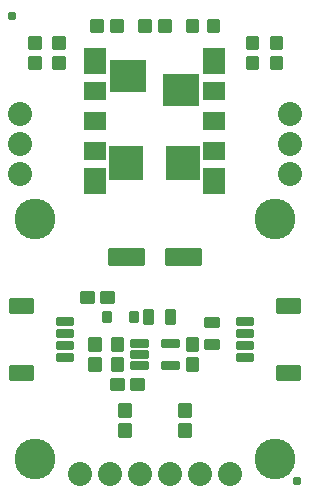
<source format=gts>
G04 EAGLE Gerber RS-274X export*
G75*
%MOMM*%
%FSLAX34Y34*%
%LPD*%
%INSoldermask Top*%
%IPPOS*%
%AMOC8*
5,1,8,0,0,1.08239X$1,22.5*%
G01*
%ADD10R,1.900000X2.200000*%
%ADD11R,1.900000X1.600000*%
%ADD12R,2.890000X3.000000*%
%ADD13R,3.050000X2.800000*%
%ADD14C,0.257147*%
%ADD15C,0.243431*%
%ADD16C,0.255816*%
%ADD17C,0.250078*%
%ADD18C,0.253525*%
%ADD19C,0.250366*%
%ADD20C,3.454400*%
%ADD21C,0.787400*%
%ADD22C,0.248381*%
%ADD23C,2.032000*%
%ADD24C,0.449434*%


D10*
X76500Y361950D03*
D11*
X76500Y336550D03*
X76500Y311150D03*
X76500Y285750D03*
D10*
X76500Y260350D03*
D12*
X102850Y275650D03*
D13*
X104550Y349250D03*
X149450Y337750D03*
D12*
X151150Y275650D03*
D10*
X177500Y361950D03*
D11*
X177500Y336550D03*
X177500Y311150D03*
X177500Y285750D03*
D10*
X177500Y260350D03*
D14*
X143287Y151527D02*
X136333Y151527D01*
X143287Y151527D02*
X143287Y140573D01*
X136333Y140573D01*
X136333Y151527D01*
X136333Y143015D02*
X143287Y143015D01*
X143287Y145457D02*
X136333Y145457D01*
X136333Y147899D02*
X143287Y147899D01*
X143287Y150341D02*
X136333Y150341D01*
X125287Y151527D02*
X118333Y151527D01*
X125287Y151527D02*
X125287Y140573D01*
X118333Y140573D01*
X118333Y151527D01*
X118333Y143015D02*
X125287Y143015D01*
X125287Y145457D02*
X118333Y145457D01*
X118333Y147899D02*
X125287Y147899D01*
X125287Y150341D02*
X118333Y150341D01*
D15*
X4505Y149455D02*
X4505Y160545D01*
X23595Y160545D01*
X23595Y149455D01*
X4505Y149455D01*
X4505Y151767D02*
X23595Y151767D01*
X23595Y154079D02*
X4505Y154079D01*
X4505Y156391D02*
X23595Y156391D01*
X23595Y158703D02*
X4505Y158703D01*
X4505Y104545D02*
X4505Y93455D01*
X4505Y104545D02*
X23595Y104545D01*
X23595Y93455D01*
X4505Y93455D01*
X4505Y95767D02*
X23595Y95767D01*
X23595Y98079D02*
X4505Y98079D01*
X4505Y100391D02*
X23595Y100391D01*
X23595Y102703D02*
X4505Y102703D01*
D16*
X44567Y139517D02*
X44567Y144483D01*
X57033Y144483D01*
X57033Y139517D01*
X44567Y139517D01*
X44567Y141947D02*
X57033Y141947D01*
X57033Y144377D02*
X44567Y144377D01*
X44567Y134483D02*
X44567Y129517D01*
X44567Y134483D02*
X57033Y134483D01*
X57033Y129517D01*
X44567Y129517D01*
X44567Y131947D02*
X57033Y131947D01*
X57033Y134377D02*
X44567Y134377D01*
X44567Y124483D02*
X44567Y119517D01*
X44567Y124483D02*
X57033Y124483D01*
X57033Y119517D01*
X44567Y119517D01*
X44567Y121947D02*
X57033Y121947D01*
X57033Y124377D02*
X44567Y124377D01*
X44567Y114483D02*
X44567Y109517D01*
X44567Y114483D02*
X57033Y114483D01*
X57033Y109517D01*
X44567Y109517D01*
X44567Y111947D02*
X57033Y111947D01*
X57033Y114377D02*
X44567Y114377D01*
D15*
X249495Y104545D02*
X249495Y93455D01*
X230405Y93455D01*
X230405Y104545D01*
X249495Y104545D01*
X249495Y95767D02*
X230405Y95767D01*
X230405Y98079D02*
X249495Y98079D01*
X249495Y100391D02*
X230405Y100391D01*
X230405Y102703D02*
X249495Y102703D01*
X249495Y149455D02*
X249495Y160545D01*
X249495Y149455D02*
X230405Y149455D01*
X230405Y160545D01*
X249495Y160545D01*
X249495Y151767D02*
X230405Y151767D01*
X230405Y154079D02*
X249495Y154079D01*
X249495Y156391D02*
X230405Y156391D01*
X230405Y158703D02*
X249495Y158703D01*
D16*
X209433Y114483D02*
X209433Y109517D01*
X196967Y109517D01*
X196967Y114483D01*
X209433Y114483D01*
X209433Y111947D02*
X196967Y111947D01*
X196967Y114377D02*
X209433Y114377D01*
X209433Y119517D02*
X209433Y124483D01*
X209433Y119517D02*
X196967Y119517D01*
X196967Y124483D01*
X209433Y124483D01*
X209433Y121947D02*
X196967Y121947D01*
X196967Y124377D02*
X209433Y124377D01*
X209433Y129517D02*
X209433Y134483D01*
X209433Y129517D02*
X196967Y129517D01*
X196967Y134483D01*
X209433Y134483D01*
X209433Y131947D02*
X196967Y131947D01*
X196967Y134377D02*
X209433Y134377D01*
X209433Y139517D02*
X209433Y144483D01*
X209433Y139517D02*
X196967Y139517D01*
X196967Y144483D01*
X209433Y144483D01*
X209433Y141947D02*
X196967Y141947D01*
X196967Y144377D02*
X209433Y144377D01*
D17*
X121023Y121143D02*
X106911Y121143D01*
X106911Y126457D01*
X121023Y126457D01*
X121023Y121143D01*
X121023Y123519D02*
X106911Y123519D01*
X106911Y125895D02*
X121023Y125895D01*
X121023Y111643D02*
X106911Y111643D01*
X106911Y116957D01*
X121023Y116957D01*
X121023Y111643D01*
X121023Y114019D02*
X106911Y114019D01*
X106911Y116395D02*
X121023Y116395D01*
X121023Y102143D02*
X106911Y102143D01*
X106911Y107457D01*
X121023Y107457D01*
X121023Y102143D01*
X121023Y104519D02*
X106911Y104519D01*
X106911Y106895D02*
X121023Y106895D01*
X132977Y102143D02*
X147089Y102143D01*
X132977Y102143D02*
X132977Y107457D01*
X147089Y107457D01*
X147089Y102143D01*
X147089Y104519D02*
X132977Y104519D01*
X132977Y106895D02*
X147089Y106895D01*
X147089Y121143D02*
X132977Y121143D01*
X132977Y126457D01*
X147089Y126457D01*
X147089Y121143D01*
X147089Y123519D02*
X132977Y123519D01*
X132977Y125895D02*
X147089Y125895D01*
D14*
X180737Y126557D02*
X180737Y119603D01*
X169783Y119603D01*
X169783Y126557D01*
X180737Y126557D01*
X180737Y122045D02*
X169783Y122045D01*
X169783Y124487D02*
X180737Y124487D01*
X180737Y137603D02*
X180737Y144557D01*
X180737Y137603D02*
X169783Y137603D01*
X169783Y144557D01*
X180737Y144557D01*
X180737Y140045D02*
X169783Y140045D01*
X169783Y142487D02*
X180737Y142487D01*
D18*
X91845Y167055D02*
X81855Y167055D01*
X91845Y167055D02*
X91845Y158065D01*
X81855Y158065D01*
X81855Y167055D01*
X81855Y160473D02*
X91845Y160473D01*
X91845Y162881D02*
X81855Y162881D01*
X81855Y165289D02*
X91845Y165289D01*
X74845Y167055D02*
X64855Y167055D01*
X74845Y167055D02*
X74845Y158065D01*
X64855Y158065D01*
X64855Y167055D01*
X64855Y160473D02*
X74845Y160473D01*
X74845Y162881D02*
X64855Y162881D01*
X64855Y165289D02*
X74845Y165289D01*
X90755Y127795D02*
X90755Y117805D01*
X90755Y127795D02*
X99745Y127795D01*
X99745Y117805D01*
X90755Y117805D01*
X90755Y120213D02*
X99745Y120213D01*
X99745Y122621D02*
X90755Y122621D01*
X90755Y125029D02*
X99745Y125029D01*
X99745Y127437D02*
X90755Y127437D01*
X90755Y110795D02*
X90755Y100805D01*
X90755Y110795D02*
X99745Y110795D01*
X99745Y100805D01*
X90755Y100805D01*
X90755Y103213D02*
X99745Y103213D01*
X99745Y105621D02*
X90755Y105621D01*
X90755Y108029D02*
X99745Y108029D01*
X99745Y110437D02*
X90755Y110437D01*
X80695Y110795D02*
X80695Y100805D01*
X71705Y100805D01*
X71705Y110795D01*
X80695Y110795D01*
X80695Y103213D02*
X71705Y103213D01*
X71705Y105621D02*
X80695Y105621D01*
X80695Y108029D02*
X71705Y108029D01*
X71705Y110437D02*
X80695Y110437D01*
X80695Y117805D02*
X80695Y127795D01*
X80695Y117805D02*
X71705Y117805D01*
X71705Y127795D01*
X80695Y127795D01*
X80695Y120213D02*
X71705Y120213D01*
X71705Y122621D02*
X80695Y122621D01*
X80695Y125029D02*
X71705Y125029D01*
X71705Y127437D02*
X80695Y127437D01*
X107391Y93395D02*
X117381Y93395D01*
X117381Y84405D01*
X107391Y84405D01*
X107391Y93395D01*
X107391Y86813D02*
X117381Y86813D01*
X117381Y89221D02*
X107391Y89221D01*
X107391Y91629D02*
X117381Y91629D01*
X100381Y93395D02*
X90391Y93395D01*
X100381Y93395D02*
X100381Y84405D01*
X90391Y84405D01*
X90391Y93395D01*
X90391Y86813D02*
X100381Y86813D01*
X100381Y89221D02*
X90391Y89221D01*
X90391Y91629D02*
X100381Y91629D01*
D19*
X88950Y142390D02*
X83630Y142390D01*
X83630Y149710D01*
X88950Y149710D01*
X88950Y142390D01*
X88950Y144769D02*
X83630Y144769D01*
X83630Y147148D02*
X88950Y147148D01*
X88950Y149527D02*
X83630Y149527D01*
X106630Y142390D02*
X111950Y142390D01*
X106630Y142390D02*
X106630Y149710D01*
X111950Y149710D01*
X111950Y142390D01*
X111950Y144769D02*
X106630Y144769D01*
X106630Y147148D02*
X111950Y147148D01*
X111950Y149527D02*
X106630Y149527D01*
D18*
X163245Y110795D02*
X163245Y100805D01*
X154255Y100805D01*
X154255Y110795D01*
X163245Y110795D01*
X163245Y103213D02*
X154255Y103213D01*
X154255Y105621D02*
X163245Y105621D01*
X163245Y108029D02*
X154255Y108029D01*
X154255Y110437D02*
X163245Y110437D01*
X163245Y117805D02*
X163245Y127795D01*
X163245Y117805D02*
X154255Y117805D01*
X154255Y127795D01*
X163245Y127795D01*
X163245Y120213D02*
X154255Y120213D01*
X154255Y122621D02*
X163245Y122621D01*
X163245Y125029D02*
X154255Y125029D01*
X154255Y127437D02*
X163245Y127437D01*
D20*
X25400Y25400D03*
X228600Y25400D03*
X25400Y228600D03*
X228600Y228600D03*
D21*
X6350Y400050D03*
X247650Y6350D03*
D22*
X117520Y203370D02*
X88480Y203370D01*
X117520Y203370D02*
X117520Y190330D01*
X88480Y190330D01*
X88480Y203370D01*
X88480Y192690D02*
X117520Y192690D01*
X117520Y195050D02*
X88480Y195050D01*
X88480Y197410D02*
X117520Y197410D01*
X117520Y199770D02*
X88480Y199770D01*
X88480Y202130D02*
X117520Y202130D01*
X136480Y203370D02*
X165520Y203370D01*
X165520Y190330D01*
X136480Y190330D01*
X136480Y203370D01*
X136480Y192690D02*
X165520Y192690D01*
X165520Y195050D02*
X136480Y195050D01*
X136480Y197410D02*
X165520Y197410D01*
X165520Y199770D02*
X136480Y199770D01*
X136480Y202130D02*
X165520Y202130D01*
D18*
X234365Y356075D02*
X234365Y366065D01*
X234365Y356075D02*
X225375Y356075D01*
X225375Y366065D01*
X234365Y366065D01*
X234365Y358483D02*
X225375Y358483D01*
X225375Y360891D02*
X234365Y360891D01*
X234365Y363299D02*
X225375Y363299D01*
X225375Y365707D02*
X234365Y365707D01*
X234365Y373075D02*
X234365Y383065D01*
X234365Y373075D02*
X225375Y373075D01*
X225375Y383065D01*
X234365Y383065D01*
X234365Y375483D02*
X225375Y375483D01*
X225375Y377891D02*
X234365Y377891D01*
X234365Y380299D02*
X225375Y380299D01*
X225375Y382707D02*
X234365Y382707D01*
X214045Y366065D02*
X214045Y356075D01*
X205055Y356075D01*
X205055Y366065D01*
X214045Y366065D01*
X214045Y358483D02*
X205055Y358483D01*
X205055Y360891D02*
X214045Y360891D01*
X214045Y363299D02*
X205055Y363299D01*
X205055Y365707D02*
X214045Y365707D01*
X214045Y373075D02*
X214045Y383065D01*
X214045Y373075D02*
X205055Y373075D01*
X205055Y383065D01*
X214045Y383065D01*
X214045Y375483D02*
X205055Y375483D01*
X205055Y377891D02*
X214045Y377891D01*
X214045Y380299D02*
X205055Y380299D01*
X205055Y382707D02*
X214045Y382707D01*
X50215Y366065D02*
X50215Y356075D01*
X41225Y356075D01*
X41225Y366065D01*
X50215Y366065D01*
X50215Y358483D02*
X41225Y358483D01*
X41225Y360891D02*
X50215Y360891D01*
X50215Y363299D02*
X41225Y363299D01*
X41225Y365707D02*
X50215Y365707D01*
X50215Y373075D02*
X50215Y383065D01*
X50215Y373075D02*
X41225Y373075D01*
X41225Y383065D01*
X50215Y383065D01*
X50215Y375483D02*
X41225Y375483D01*
X41225Y377891D02*
X50215Y377891D01*
X50215Y380299D02*
X41225Y380299D01*
X41225Y382707D02*
X50215Y382707D01*
X29895Y366065D02*
X29895Y356075D01*
X20905Y356075D01*
X20905Y366065D01*
X29895Y366065D01*
X29895Y358483D02*
X20905Y358483D01*
X20905Y360891D02*
X29895Y360891D01*
X29895Y363299D02*
X20905Y363299D01*
X20905Y365707D02*
X29895Y365707D01*
X29895Y373075D02*
X29895Y383065D01*
X29895Y373075D02*
X20905Y373075D01*
X20905Y383065D01*
X29895Y383065D01*
X29895Y375483D02*
X20905Y375483D01*
X20905Y377891D02*
X29895Y377891D01*
X29895Y380299D02*
X20905Y380299D01*
X20905Y382707D02*
X29895Y382707D01*
X156895Y54915D02*
X156895Y44925D01*
X147905Y44925D01*
X147905Y54915D01*
X156895Y54915D01*
X156895Y47333D02*
X147905Y47333D01*
X147905Y49741D02*
X156895Y49741D01*
X156895Y52149D02*
X147905Y52149D01*
X147905Y54557D02*
X156895Y54557D01*
X156895Y61925D02*
X156895Y71915D01*
X156895Y61925D02*
X147905Y61925D01*
X147905Y71915D01*
X156895Y71915D01*
X156895Y64333D02*
X147905Y64333D01*
X147905Y66741D02*
X156895Y66741D01*
X156895Y69149D02*
X147905Y69149D01*
X147905Y71557D02*
X156895Y71557D01*
X106095Y54915D02*
X106095Y44925D01*
X97105Y44925D01*
X97105Y54915D01*
X106095Y54915D01*
X106095Y47333D02*
X97105Y47333D01*
X97105Y49741D02*
X106095Y49741D01*
X106095Y52149D02*
X97105Y52149D01*
X97105Y54557D02*
X106095Y54557D01*
X106095Y61925D02*
X106095Y71915D01*
X106095Y61925D02*
X97105Y61925D01*
X97105Y71915D01*
X106095Y71915D01*
X106095Y64333D02*
X97105Y64333D01*
X97105Y66741D02*
X106095Y66741D01*
X106095Y69149D02*
X97105Y69149D01*
X97105Y71557D02*
X106095Y71557D01*
D23*
X190500Y12700D03*
X165100Y12700D03*
X139700Y12700D03*
X114300Y12700D03*
X88900Y12700D03*
X63500Y12700D03*
X12700Y317500D03*
X12700Y292100D03*
X12700Y266700D03*
X241300Y317500D03*
X241300Y292100D03*
X241300Y266700D03*
D18*
X140495Y396925D02*
X130505Y396925D01*
X140495Y396925D02*
X140495Y387935D01*
X130505Y387935D01*
X130505Y396925D01*
X130505Y390343D02*
X140495Y390343D01*
X140495Y392751D02*
X130505Y392751D01*
X130505Y395159D02*
X140495Y395159D01*
X123495Y396925D02*
X113505Y396925D01*
X123495Y396925D02*
X123495Y387935D01*
X113505Y387935D01*
X113505Y396925D01*
X113505Y390343D02*
X123495Y390343D01*
X123495Y392751D02*
X113505Y392751D01*
X113505Y395159D02*
X123495Y395159D01*
D24*
X172895Y395945D02*
X172895Y388915D01*
X172895Y395945D02*
X179925Y395945D01*
X179925Y388915D01*
X172895Y388915D01*
X172895Y393184D02*
X179925Y393184D01*
X155355Y395945D02*
X155355Y388915D01*
X155355Y395945D02*
X162385Y395945D01*
X162385Y388915D01*
X155355Y388915D01*
X155355Y393184D02*
X162385Y393184D01*
D18*
X99855Y396925D02*
X89865Y396925D01*
X99855Y396925D02*
X99855Y387935D01*
X89865Y387935D01*
X89865Y396925D01*
X89865Y390343D02*
X99855Y390343D01*
X99855Y392751D02*
X89865Y392751D01*
X89865Y395159D02*
X99855Y395159D01*
X82855Y396925D02*
X72865Y396925D01*
X82855Y396925D02*
X82855Y387935D01*
X72865Y387935D01*
X72865Y396925D01*
X72865Y390343D02*
X82855Y390343D01*
X82855Y392751D02*
X72865Y392751D01*
X72865Y395159D02*
X82855Y395159D01*
M02*

</source>
